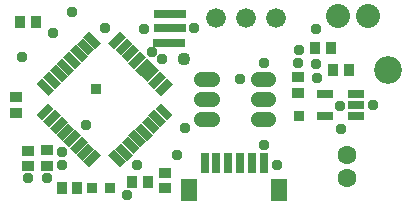
<source format=gts>
G75*
%MOIN*%
%OFA0B0*%
%FSLAX24Y24*%
%IPPOS*%
%LPD*%
%AMOC8*
5,1,8,0,0,1.08239X$1,22.5*
%
%ADD10C,0.0926*%
%ADD11C,0.0660*%
%ADD12R,0.0414X0.0336*%
%ADD13R,0.0336X0.0414*%
%ADD14R,0.0375X0.0375*%
%ADD15R,0.0560X0.0280*%
%ADD16R,0.0280X0.0560*%
%ADD17R,0.1071X0.0307*%
%ADD18R,0.0532X0.0277*%
%ADD19R,0.0296X0.0670*%
%ADD20R,0.0532X0.0769*%
%ADD21C,0.0800*%
%ADD22C,0.0630*%
%ADD23C,0.0493*%
%ADD24R,0.0370X0.0370*%
%ADD25C,0.0370*%
%ADD26C,0.0436*%
D10*
X015928Y004708D03*
D11*
X012180Y006440D03*
X011180Y006440D03*
X010180Y006440D03*
D12*
X012936Y004452D03*
X012936Y003940D03*
X008487Y001278D03*
X008487Y000767D03*
X004550Y001507D03*
X003920Y001499D03*
X003920Y002011D03*
X004550Y002019D03*
X003526Y003271D03*
X003526Y003782D03*
D13*
X003664Y006282D03*
X004176Y006282D03*
X013507Y005416D03*
X014019Y005416D03*
X014097Y004708D03*
X014609Y004708D03*
X007916Y000967D03*
X007404Y000967D03*
X005554Y000771D03*
X005042Y000771D03*
D14*
X006066Y000771D03*
X006656Y000771D03*
D15*
G36*
X005768Y001651D02*
X006162Y002045D01*
X006360Y001847D01*
X005966Y001453D01*
X005768Y001651D01*
G37*
G36*
X005545Y001874D02*
X005939Y002268D01*
X006137Y002070D01*
X005743Y001676D01*
X005545Y001874D01*
G37*
G36*
X005322Y002096D02*
X005716Y002490D01*
X005914Y002292D01*
X005520Y001898D01*
X005322Y002096D01*
G37*
G36*
X005100Y002319D02*
X005494Y002713D01*
X005692Y002515D01*
X005298Y002121D01*
X005100Y002319D01*
G37*
G36*
X004877Y002542D02*
X005271Y002936D01*
X005469Y002738D01*
X005075Y002344D01*
X004877Y002542D01*
G37*
G36*
X004654Y002764D02*
X005048Y003158D01*
X005246Y002960D01*
X004852Y002566D01*
X004654Y002764D01*
G37*
G36*
X004431Y002987D02*
X004825Y003381D01*
X005023Y003183D01*
X004629Y002789D01*
X004431Y002987D01*
G37*
G36*
X004209Y003210D02*
X004603Y003604D01*
X004801Y003406D01*
X004407Y003012D01*
X004209Y003210D01*
G37*
G36*
X007490Y004709D02*
X007884Y005103D01*
X008082Y004905D01*
X007688Y004511D01*
X007490Y004709D01*
G37*
G36*
X007712Y004486D02*
X008106Y004880D01*
X008304Y004682D01*
X007910Y004288D01*
X007712Y004486D01*
G37*
G36*
X007935Y004264D02*
X008329Y004658D01*
X008527Y004460D01*
X008133Y004066D01*
X007935Y004264D01*
G37*
G36*
X008158Y004041D02*
X008552Y004435D01*
X008750Y004237D01*
X008356Y003843D01*
X008158Y004041D01*
G37*
G36*
X007267Y004932D02*
X007661Y005326D01*
X007859Y005128D01*
X007465Y004734D01*
X007267Y004932D01*
G37*
G36*
X007044Y005154D02*
X007438Y005548D01*
X007636Y005350D01*
X007242Y004956D01*
X007044Y005154D01*
G37*
G36*
X006821Y005377D02*
X007215Y005771D01*
X007413Y005573D01*
X007019Y005179D01*
X006821Y005377D01*
G37*
G36*
X006599Y005600D02*
X006993Y005994D01*
X007191Y005796D01*
X006797Y005402D01*
X006599Y005600D01*
G37*
D16*
G36*
X005768Y005796D02*
X005966Y005994D01*
X006360Y005600D01*
X006162Y005402D01*
X005768Y005796D01*
G37*
G36*
X005545Y005573D02*
X005743Y005771D01*
X006137Y005377D01*
X005939Y005179D01*
X005545Y005573D01*
G37*
G36*
X005322Y005350D02*
X005520Y005548D01*
X005914Y005154D01*
X005716Y004956D01*
X005322Y005350D01*
G37*
G36*
X005100Y005128D02*
X005298Y005326D01*
X005692Y004932D01*
X005494Y004734D01*
X005100Y005128D01*
G37*
G36*
X004877Y004905D02*
X005075Y005103D01*
X005469Y004709D01*
X005271Y004511D01*
X004877Y004905D01*
G37*
G36*
X004654Y004682D02*
X004852Y004880D01*
X005246Y004486D01*
X005048Y004288D01*
X004654Y004682D01*
G37*
G36*
X004431Y004460D02*
X004629Y004658D01*
X005023Y004264D01*
X004825Y004066D01*
X004431Y004460D01*
G37*
G36*
X004209Y004237D02*
X004407Y004435D01*
X004801Y004041D01*
X004603Y003843D01*
X004209Y004237D01*
G37*
G36*
X007490Y002738D02*
X007688Y002936D01*
X008082Y002542D01*
X007884Y002344D01*
X007490Y002738D01*
G37*
G36*
X007712Y002960D02*
X007910Y003158D01*
X008304Y002764D01*
X008106Y002566D01*
X007712Y002960D01*
G37*
G36*
X007935Y003183D02*
X008133Y003381D01*
X008527Y002987D01*
X008329Y002789D01*
X007935Y003183D01*
G37*
G36*
X008158Y003406D02*
X008356Y003604D01*
X008750Y003210D01*
X008552Y003012D01*
X008158Y003406D01*
G37*
G36*
X007267Y002515D02*
X007465Y002713D01*
X007859Y002319D01*
X007661Y002121D01*
X007267Y002515D01*
G37*
G36*
X007044Y002292D02*
X007242Y002490D01*
X007636Y002096D01*
X007438Y001898D01*
X007044Y002292D01*
G37*
G36*
X006821Y002070D02*
X007019Y002268D01*
X007413Y001874D01*
X007215Y001676D01*
X006821Y002070D01*
G37*
G36*
X006599Y001847D02*
X006797Y002045D01*
X007191Y001651D01*
X006993Y001453D01*
X006599Y001847D01*
G37*
D17*
X008641Y005609D03*
X008645Y006086D03*
X008645Y006554D03*
D18*
X013841Y003900D03*
X014865Y003900D03*
X014865Y003526D03*
X014865Y003152D03*
X013841Y003152D03*
D19*
X011778Y001586D03*
X011385Y001586D03*
X010991Y001586D03*
X010597Y001586D03*
X010204Y001586D03*
X009810Y001586D03*
D20*
X009298Y000710D03*
X012290Y000710D03*
D21*
X014247Y006479D03*
X015247Y006479D03*
D22*
X014550Y001873D03*
X014550Y001086D03*
D23*
X011932Y003054D02*
X011578Y003054D01*
X011578Y003054D01*
X011932Y003054D01*
X011932Y003054D01*
X011932Y003723D02*
X011578Y003723D01*
X011578Y003723D01*
X011932Y003723D01*
X011932Y003723D01*
X011932Y004393D02*
X011578Y004393D01*
X011578Y004393D01*
X011932Y004393D01*
X011932Y004393D01*
X010042Y004393D02*
X009688Y004393D01*
X009688Y004393D01*
X010042Y004393D01*
X010042Y004393D01*
X010042Y003723D02*
X009688Y003723D01*
X009688Y003723D01*
X010042Y003723D01*
X010042Y003723D01*
X010042Y003054D02*
X009688Y003054D01*
X009688Y003054D01*
X010042Y003054D01*
X010042Y003054D01*
D24*
X012975Y003172D03*
X006204Y004078D03*
D25*
X003920Y001086D03*
X004550Y001086D03*
X005062Y001519D03*
X005062Y001952D03*
X005849Y002857D03*
X007542Y001519D03*
X008881Y001873D03*
X009156Y002778D03*
X011794Y002188D03*
X012227Y001519D03*
X014353Y002739D03*
X014314Y003487D03*
X015416Y003526D03*
X013566Y004432D03*
X013526Y004904D03*
X012936Y004944D03*
X012975Y005377D03*
X011794Y004944D03*
X011007Y004393D03*
X008408Y005062D03*
X008054Y005298D03*
X007778Y006046D03*
X006479Y006086D03*
X005377Y006637D03*
X004747Y005928D03*
X003723Y005141D03*
X009471Y006086D03*
X013526Y006046D03*
X007227Y000534D03*
D26*
X009117Y005062D03*
M02*

</source>
